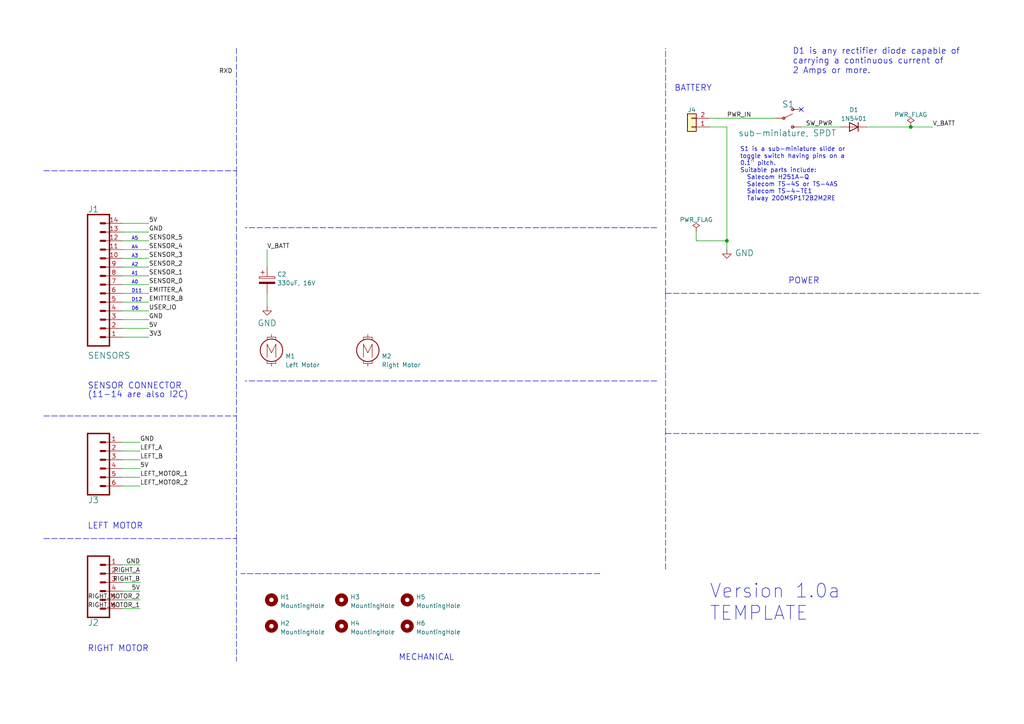
<source format=kicad_sch>
(kicad_sch (version 20231120) (generator "eeschema") (generator_version "8.0")
  (paper "A4")
  (title_block (title "Mainboard") (date "2025-01-25") (rev "??"))
  (lib_symbols
    (symbol "Connector_Generic:Conn_01x02" (pin_names (offset 1.016) hide)
      (property "Reference" "J" (at 0 2.54 0))
      (property "Value" "Conn_01x02" (at 0 -5.08 0))
      (symbol "Conn_01x02_1_1"
        (rectangle (start -1.27 -2.413) (end 0 -2.667) (stroke (width 0.1524)))
        (rectangle (start -1.27 0.127) (end 0 -0.127) (stroke (width 0.1524)))
        (rectangle (start -1.27 1.27) (end 1.27 -3.81) (stroke (width 0.254)) (fill (type background)))
        (pin passive line (at -5.08 0 0) (length 3.81) (name "Pin_1") (number "1"))
        (pin passive line (at -5.08 -2.54 0) (length 3.81) (name "Pin_2") (number "2"))
      )
    )
    (symbol "Device:C_Polarized" (pin_numbers hide) (pin_names (offset 0.254))
      (property "Reference" "C" (at 0.635 2.54 0))
      (property "Value" "C_Polarized" (at 0.635 -2.54 0))
      (symbol "C_Polarized_0_1"
        (rectangle (start -2.286 0.508) (end 2.286 1.016))
        (polyline (pts (xy -1.778 2.286) (xy -0.762 2.286)))
        (polyline (pts (xy -1.27 2.794) (xy -1.27 1.778)))
        (rectangle (start 2.286 -0.508) (end -2.286 -1.016) (fill (type outline)))
      )
      (symbol "C_Polarized_1_1"
        (pin passive line (at 0 3.81 270) (length 2.794) (name "~") (number "1"))
        (pin passive line (at 0 -3.81 90) (length 2.794) (name "~") (number "2"))
      )
    )
    (symbol "Device:D" (pin_numbers hide) (pin_names (offset 1.016) hide)
      (property "Reference" "D" (at 0 2.54 0))
      (property "Value" "D" (at 0 -2.54 0))
      (symbol "D_0_1"
        (polyline (pts (xy -1.27 1.27) (xy -1.27 -1.27)) (stroke (width 0.254)))
        (polyline (pts (xy 1.27 0) (xy -1.27 0)))
        (polyline (pts (xy 1.27 1.27) (xy 1.27 -1.27) (xy -1.27 0) (xy 1.27 1.27)) (stroke (width 0.254)))
      )
      (symbol "D_1_1"
        (pin passive line (at -3.81 0 0) (length 2.54) (name "K") (number "1"))
        (pin passive line (at 3.81 0 180) (length 2.54) (name "A") (number "2"))
      )
    )
    (symbol "Mechanical:MountingHole" (pin_names (offset 1.016))
      (property "Reference" "H" (at 0 5.08 0))
      (property "Value" "MountingHole" (at 0 3.175 0))
      (symbol "MountingHole_0_1"
        (circle (center 0 0) (radius 1.27) (stroke (width 1.27)))
      )
    )
    (symbol "power:GND" (power) (pin_names (offset 0))
      (property "Value" "GND" (at 0 -3.81 0))
      (symbol "GND_0_1"
        (polyline (pts (xy 0 0) (xy 0 -1.27) (xy 1.27 -1.27) (xy 0 -2.54) (xy -1.27 -1.27) (xy 0 -1.27)))
      )
      (symbol "GND_1_1"
        (pin power_in line (at 0 0 270) (length 0) hide (name "GND") (number "1"))
      )
    )
    (symbol "power:PWR_FLAG" (power) (pin_numbers hide) (pin_names (offset 0) hide)
      (property "Value" "PWR_FLAG" (at 0 3.81 0))
      (symbol "PWR_FLAG_0_0"
        (pin power_out line (at 0 0 90) (length 0) (name "pwr") (number "1"))
      )
      (symbol "PWR_FLAG_0_1"
        (polyline (pts (xy 0 0) (xy 0 1.27) (xy -1.016 1.905) (xy 0 2.54) (xy 1.016 1.905) (xy 0 1.27)))
      )
    )
    (symbol "ukmarsbot:CONN_06LOCK_LONGPADS"
      (property "Reference" "J" (at -5.08 10.668 0))
      (property "Value" "CONN_06LOCK_LONGPADS" (at -5.08 -9.906 0))
      (symbol "CONN_06LOCK_LONGPADS_1_0"
        (polyline (pts (xy -5.08 10.16) (xy -5.08 -7.62)) (stroke (width 0.4064)))
        (polyline (pts (xy -5.08 10.16) (xy 1.27 10.16)) (stroke (width 0.4064)))
        (polyline (pts (xy -1.27 -5.08) (xy 0 -5.08)) (stroke (width 0.6096)))
        (polyline (pts (xy -1.27 -2.54) (xy 0 -2.54)) (stroke (width 0.6096)))
        (polyline (pts (xy -1.27 0) (xy 0 0)) (stroke (width 0.6096)))
        (polyline (pts (xy -1.27 2.54) (xy 0 2.54)) (stroke (width 0.6096)))
        (polyline (pts (xy -1.27 5.08) (xy 0 5.08)) (stroke (width 0.6096)))
        (polyline (pts (xy -1.27 7.62) (xy 0 7.62)) (stroke (width 0.6096)))
        (polyline (pts (xy 1.27 -7.62) (xy -5.08 -7.62)) (stroke (width 0.4064)))
        (polyline (pts (xy 1.27 -7.62) (xy 1.27 10.16)) (stroke (width 0.4064)))
        (pin passive line (at 5.08 -5.08 180) (length 5.08) (name "1") (number "1"))
        (pin passive line (at 5.08 -2.54 180) (length 5.08) (name "2") (number "2"))
        (pin passive line (at 5.08 0 180) (length 5.08) (name "3") (number "3"))
        (pin passive line (at 5.08 2.54 180) (length 5.08) (name "4") (number "4"))
        (pin passive line (at 5.08 5.08 180) (length 5.08) (name "5") (number "5"))
        (pin passive line (at 5.08 7.62 180) (length 5.08) (name "6") (number "6"))
      )
    )
    (symbol "ukmarsbot:CONN_14LOCK_LONGPADS"
      (property "Reference" "J" (at 0 18.288 0))
      (property "Value" "CONN_14LOCK_LONGPADS" (at 0 -22.606 0))
      (symbol "CONN_14LOCK_LONGPADS_1_0"
        (polyline (pts (xy 0 17.78) (xy 0 -20.32)) (stroke (width 0.4064)))
        (polyline (pts (xy 0 17.78) (xy 6.35 17.78)) (stroke (width 0.4064)))
        (polyline (pts (xy 3.81 -17.78) (xy 5.08 -17.78)) (stroke (width 0.6096)))
        (polyline (pts (xy 3.81 -15.24) (xy 5.08 -15.24)) (stroke (width 0.6096)))
        (polyline (pts (xy 3.81 -12.7) (xy 5.08 -12.7)) (stroke (width 0.6096)))
        (polyline (pts (xy 3.81 -10.16) (xy 5.08 -10.16)) (stroke (width 0.6096)))
        (polyline (pts (xy 3.81 -7.62) (xy 5.08 -7.62)) (stroke (width 0.6096)))
        (polyline (pts (xy 3.81 -5.08) (xy 5.08 -5.08)) (stroke (width 0.6096)))
        (polyline (pts (xy 3.81 -2.54) (xy 5.08 -2.54)) (stroke (width 0.6096)))
        (polyline (pts (xy 3.81 0) (xy 5.08 0)) (stroke (width 0.6096)))
        (polyline (pts (xy 3.81 2.54) (xy 5.08 2.54)) (stroke (width 0.6096)))
        (polyline (pts (xy 3.81 5.08) (xy 5.08 5.08)) (stroke (width 0.6096)))
        (polyline (pts (xy 3.81 7.62) (xy 5.08 7.62)) (stroke (width 0.6096)))
        (polyline (pts (xy 3.81 10.16) (xy 5.08 10.16)) (stroke (width 0.6096)))
        (polyline (pts (xy 3.81 12.7) (xy 5.08 12.7)) (stroke (width 0.6096)))
        (polyline (pts (xy 3.81 15.24) (xy 5.08 15.24)) (stroke (width 0.6096)))
        (polyline (pts (xy 6.35 -20.32) (xy 0 -20.32)) (stroke (width 0.4064)))
        (polyline (pts (xy 6.35 -20.32) (xy 6.35 17.78)) (stroke (width 0.4064)))
        (pin passive line (at 10.16 -17.78 180) (length 5.08) (name "1") (number "1"))
        (pin passive line (at 10.16 5.08 180) (length 5.08) (name "10") (number "10"))
        (pin passive line (at 10.16 7.62 180) (length 5.08) (name "11") (number "11"))
        (pin passive line (at 10.16 10.16 180) (length 5.08) (name "12") (number "12"))
        (pin passive line (at 10.16 12.7 180) (length 5.08) (name "13") (number "13"))
        (pin passive line (at 10.16 15.24 180) (length 5.08) (name "14") (number "14"))
        (pin passive line (at 10.16 -15.24 180) (length 5.08) (name "2") (number "2"))
        (pin passive line (at 10.16 -12.7 180) (length 5.08) (name "3") (number "3"))
        (pin passive line (at 10.16 -10.16 180) (length 5.08) (name "4") (number "4"))
        (pin passive line (at 10.16 -7.62 180) (length 5.08) (name "5") (number "5"))
        (pin passive line (at 10.16 -5.08 180) (length 5.08) (name "6") (number "6"))
        (pin passive line (at 10.16 -2.54 180) (length 5.08) (name "7") (number "7"))
        (pin passive line (at 10.16 0 180) (length 5.08) (name "8") (number "8"))
        (pin passive line (at 10.16 2.54 180) (length 5.08) (name "9") (number "9"))
      )
    )
    (symbol "ukmarsbot:GEARMOTOR" (pin_names (offset 0))
      (property "Reference" "M" (at 2.54 2.54 0))
      (property "Value" "GEARMOTOR" (at 2.286 -2.286 0))
      (symbol "GEARMOTOR_0_0"
        (polyline (pts (xy -1.27 -2.032) (xy -1.27 1.778) (xy 0 -0.762) (xy 1.27 1.778) (xy 1.27 -2.032)))
      )
      (symbol "GEARMOTOR_0_1"
        (polyline (pts (xy 0 -3.81) (xy 0 -4.6228)))
        (polyline (pts (xy 0 3.81) (xy 0 4.6228)))
        (polyline (pts (xy -1.27 3.048) (xy -1.27 3.81) (xy 1.27 3.81) (xy 1.27 3.048)) (stroke (width 0.1524)))
        (polyline (pts (xy 1.27 -3.048) (xy 1.27 -3.81) (xy -1.27 -3.81) (xy -1.27 -3.048)) (stroke (width 0.1524)))
        (circle (center 0 0) (radius 3.2512) (stroke (width 0.254)))
      )
    )
    (symbol "ukmarsbot:SWITCH-SPDT-PTH-11.6X4.0MM"
      (property "Reference" "S" (at 1.27 3.048 0))
      (property "Value" "SWITCH-SPDT-PTH-11.6X4.0MM" (at 1.016 -3.302 0))
      (symbol "SWITCH-SPDT-PTH-11.6X4.0MM_1_0"
        (polyline (pts (xy 0 0) (xy 2.54 1.27)) (stroke (width 0.1524)))
        (polyline (pts (xy 2.54 -2.54) (xy 3.175 -2.54)) (stroke (width 0.127)))
        (polyline (pts (xy 2.54 2.54) (xy 3.175 2.54)) (stroke (width 0.1524)))
        (circle (center 0 0) (radius 0.3592) (stroke (width 0.2032)))
        (circle (center 2.54 -2.54) (radius 0.3592) (stroke (width 0.2032)))
        (circle (center 2.54 2.54) (radius 0.3592) (stroke (width 0.2032)))
        (pin passive line (at 5.08 2.54 180) (length 2.54) (name "O") (number "1"))
        (pin passive line (at -2.54 0 0) (length 2.54) (name "P") (number "2"))
        (pin passive line (at 5.08 -2.54 180) (length 2.54) (name "S") (number "3"))
      )
    )
  )
  (junction (at 210.82 69.85))
  (junction (at 264.16 36.83))
  (no_connect (at 232.41 31.75))
  (wire (pts (xy 35.56 67.31) (xy 43.18 67.31)))
  (wire (pts (xy 205.74 34.29) (xy 224.79 34.29)))
  (wire (pts (xy 35.56 135.89) (xy 40.64 135.89)))
  (wire (pts (xy 264.16 36.83) (xy 270.51 36.83)))
  (wire (pts (xy 205.74 36.83) (xy 210.82 36.83)))
  (wire (pts (xy 35.56 130.81) (xy 40.64 130.81)))
  (wire (pts (xy 35.56 69.85) (xy 43.18 69.85)))
  (polyline (pts (xy 190.5 110.49) (xy 71.12 110.49)) (stroke (width 0) (type dash)))
  (wire (pts (xy 35.56 87.63) (xy 43.18 87.63)))
  (polyline (pts (xy 193.04 125.73) (xy 284.48 125.73)) (stroke (width 0) (type dash)))
  (wire (pts (xy 210.82 36.83) (xy 210.82 69.85)))
  (polyline (pts (xy 68.58 13.97) (xy 68.58 49.53)) (stroke (width 0) (type dash)))
  (polyline (pts (xy 193.04 165.1) (xy 193.04 125.73)) (stroke (width 0) (type dash)))
  (polyline (pts (xy 190.5 66.04) (xy 71.12 66.04)) (stroke (width 0) (type dash)))
  (wire (pts (xy 35.56 176.53) (xy 40.64 176.53)))
  (wire (pts (xy 35.56 163.83) (xy 40.64 163.83)))
  (wire (pts (xy 210.82 69.85) (xy 210.82 72.39)))
  (wire (pts (xy 201.93 67.31) (xy 201.93 69.85)))
  (wire (pts (xy 35.56 173.99) (xy 40.64 173.99)))
  (polyline (pts (xy 173.99 166.37) (xy 69.85 166.37)) (stroke (width 0) (type dash)))
  (wire (pts (xy 35.56 171.45) (xy 40.64 171.45)))
  (wire (pts (xy 35.56 166.37) (xy 40.64 166.37)))
  (wire (pts (xy 251.46 36.83) (xy 264.16 36.83)))
  (wire (pts (xy 35.56 140.97) (xy 40.64 140.97)))
  (wire (pts (xy 77.47 72.39) (xy 77.47 77.47)))
  (wire (pts (xy 35.56 77.47) (xy 43.18 77.47)))
  (polyline (pts (xy 193.04 125.73) (xy 193.04 85.09)) (stroke (width 0) (type dash)))
  (wire (pts (xy 77.47 85.09) (xy 77.47 88.9)))
  (wire (pts (xy 35.56 128.27) (xy 40.64 128.27)))
  (polyline (pts (xy 193.04 85.09) (xy 284.48 85.09)) (stroke (width 0) (type dash)))
  (wire (pts (xy 201.93 69.85) (xy 210.82 69.85)))
  (polyline (pts (xy 68.58 49.53) (xy 68.58 120.65)) (stroke (width 0) (type dash)))
  (polyline (pts (xy 12.7 156.21) (xy 68.58 156.21)) (stroke (width 0) (type dash)))
  (wire (pts (xy 35.56 138.43) (xy 40.64 138.43)))
  (wire (pts (xy 35.56 85.09) (xy 43.18 85.09)))
  (polyline (pts (xy 193.04 85.09) (xy 193.04 13.97)) (stroke (width 0) (type dash)))
  (wire (pts (xy 35.56 168.91) (xy 40.64 168.91)))
  (wire (pts (xy 35.56 133.35) (xy 40.64 133.35)))
  (wire (pts (xy 35.56 74.93) (xy 43.18 74.93)))
  (wire (pts (xy 35.56 64.77) (xy 43.18 64.77)))
  (wire (pts (xy 35.56 92.71) (xy 43.18 92.71)))
  (wire (pts (xy 35.56 80.01) (xy 43.18 80.01)))
  (wire (pts (xy 35.56 97.79) (xy 43.18 97.79)))
  (polyline (pts (xy 12.7 49.53) (xy 68.58 49.53)) (stroke (width 0) (type dash)))
  (wire (pts (xy 232.41 36.83) (xy 243.84 36.83)))
  (polyline (pts (xy 12.7 120.65) (xy 68.58 120.65)) (stroke (width 0) (type dash)))
  (polyline (pts (xy 68.58 156.21) (xy 68.58 191.77)) (stroke (width 0) (type dash)))
  (wire (pts (xy 35.56 95.25) (xy 43.18 95.25)))
  (polyline (pts (xy 68.58 120.65) (xy 68.58 156.21)) (stroke (width 0) (type dash)))
  (wire (pts (xy 35.56 72.39) (xy 43.18 72.39)))
  (wire (pts (xy 35.56 90.17) (xy 43.18 90.17)))
  (wire (pts (xy 35.56 82.55) (xy 43.18 82.55)))
  (text "D1 is any rectifier diode capable of \ncarrying a continuous current of \n2 Amps or more. \n" (at 229.87 21.59 0) (effects (font (size 1.75 1.75)) (justify left bottom)))
  (text "POWER" (at 228.6 82.55 0) (effects (font (size 1.75 1.75)) (justify left bottom)))
  (text "A4" (at 38.1 72.39 0) (effects (font (size 1.016 1.016)) (justify left bottom)))
  (text "A2" (at 38.1 77.47 0) (effects (font (size 1.016 1.016)) (justify left bottom)))
  (text "A0" (at 38.1 82.55 0) (effects (font (size 1.016 1.016)) (justify left bottom)))
  (text "S1 is a sub-miniature slide or\ntoggle switch having pins on a \n0.1\" pitch.\nSuitable parts include:\n  Salecom H251A-Q\n  Salecom TS-4S or TS-4AS\n  Salecom TS-4-TE1\n  Taiway 200MSP1T2B2M2RE" (at 214.63 58.42 0) (effects (font (size 1.27 1.27)) (justify left bottom)))
  (text "D6" (at 38.1 90.17 0) (effects (font (size 1.016 1.016)) (justify left bottom)))
  (text "RIGHT MOTOR" (at 25.4 189.23 0) (effects (font (size 1.75 1.75)) (justify left bottom)))
  (text "SENSOR CONNECTOR" (at 25.4 113.03 0) (effects (font (size 1.75 1.75)) (justify left bottom)))
  (text "A3" (at 38.1 74.93 0) (effects (font (size 1.016 1.016)) (justify left bottom)))
  (text "BATTERY" (at 195.58 26.67 0) (effects (font (size 1.75 1.75)) (justify left bottom)))
  (text "MECHANICAL" (at 115.57 191.77 0) (effects (font (size 1.75 1.75)) (justify left bottom)))
  (text "A5" (at 38.1 69.85 0) (effects (font (size 1.016 1.016)) (justify left bottom)))
  (text "D11" (at 38.1 85.09 0) (effects (font (size 1.016 1.016)) (justify left bottom)))
  (text "Version 1.0a\nTEMPLATE" (at 205.74 180.34 0) (effects (font (size 4 4)) (justify left bottom)))
  (text "A1" (at 38.1 80.01 0) (effects (font (size 1.016 1.016)) (justify left bottom)))
  (text "LEFT MOTOR" (at 25.4 153.67 0) (effects (font (size 1.75 1.75)) (justify left bottom)))
  (text "(11-14 are also I2C)" (at 25.4 115.57 0) (effects (font (size 1.75 1.75)) (justify left bottom)))
  (text "D12" (at 38.1 87.63 0) (effects (font (size 1.016 1.016)) (justify left bottom)))
  (label "5V" (at 40.64 171.45 180))
  (label "USER_IO" (at 43.18 90.17 0))
  (label "LEFT_B" (at 40.64 133.35 0))
  (label "V_BATT" (at 77.47 72.39 0))
  (label "SW_PWR" (at 233.68 36.83 0))
  (label "GND" (at 43.18 92.71 0))
  (label "RIGHT_A" (at 40.64 166.37 180))
  (label "GND" (at 43.18 67.31 0))
  (label "LEFT_A" (at 40.64 130.81 0))
  (label "RIGHT_MOTOR_1" (at 40.64 176.53 180))
  (label "SENSOR_2" (at 43.18 77.47 0))
  (label "5V" (at 43.18 95.25 0))
  (label "EMITTER_A" (at 43.18 85.09 0))
  (label "RXD" (at 63.5 21.59 0))
  (label "LEFT_MOTOR_2" (at 40.64 140.97 0))
  (label "3V3" (at 43.18 97.79 0))
  (label "LEFT_MOTOR_1" (at 40.64 138.43 0))
  (label "EMITTER_B" (at 43.18 87.63 0))
  (label "RIGHT_B" (at 40.64 168.91 180))
  (label "5V" (at 40.64 135.89 0))
  (label "SENSOR_1" (at 43.18 80.01 0))
  (label "SENSOR_4" (at 43.18 72.39 0))
  (label "SENSOR_3" (at 43.18 74.93 0))
  (label "GND" (at 40.64 128.27 0))
  (label "RIGHT_MOTOR_2" (at 40.64 173.99 180))
  (label "GND" (at 40.64 163.83 180))
  (label "V_BATT" (at 270.51 36.83 0))
  (label "5V" (at 43.18 64.77 0))
  (label "SENSOR_5" (at 43.18 69.85 0))
  (label "SENSOR_0" (at 43.18 82.55 0))
  (label "PWR_IN" (at 210.82 34.29 0))
  (symbol (lib_id "power:GND") (at 210.82 72.39 0) (unit 1)
    (property "Reference" "#GND01" (effects (hide yes)))
    (property "Value" "GND" (at 215.9 72.39 0) (effects (font (size 1.75 1.75)) (justify top)))
    (property "Footprint" "ukmarsbot:" (effects (hide yes)))
  )
  (symbol (lib_id "power:PWR_FLAG") (at 201.93 67.31 0) (unit 1)
    (property "Reference" "#FLG02" (effects (hide yes)))
    (property "Value" "PWR_FLAG" (at 201.93 63.7342 0))
  )
  (symbol (lib_id "ukmarsbot:CONN_06LOCK_LONGPADS") (at 30.48 133.35 0) (mirror x) (unit 1)
    (property "Reference" "J3" (at 25.4 144.018 0) (effects (font (size 1.778 1.778)) (justify left bottom)))
    (property "Value" "CONN_06SILK_FEMALE_PTH" (effects (hide yes)))
    (property "Footprint" "ukmarsbot:1X06_LOCK_LONGPADS" (effects (hide yes)))
    (property "Note" "6 pin header, 0.1\", male" (effects (hide yes)))
  )
  (symbol (lib_id "power:PWR_FLAG") (at 264.16 36.83 0) (unit 1)
    (property "Reference" "#FLG01" (effects (hide yes)))
    (property "Value" "PWR_FLAG" (at 264.16 33.2542 0))
  )
  (symbol (lib_id "Mechanical:MountingHole") (at 99.06 173.99 0) (unit 1)
    (property "Reference" "H3" (at 101.6 173.1553 0) (effects (justify left)))
    (property "Value" "MountingHole" (at 101.6 175.6922 0) (effects (justify left)))
    (property "Footprint" "ukmarsbot:MountingHole_3.2mm_M3_clearance" (effects (hide yes)))
    (property "Note" "Check finished size is M3 (3.2mm)" (effects (hide yes)))
  )
  (symbol (lib_id "power:GND") (at 77.47 88.9 0) (unit 1)
    (property "Reference" "#GND09" (effects (hide yes)))
    (property "Value" "GND" (at 77.47 92.71 0) (effects (font (size 1.75 1.75)) (justify top)))
    (property "Footprint" "ukmarsbot:" (effects (hide yes)))
  )
  (symbol (lib_id "Connector_Generic:Conn_01x02") (at 200.66 36.83 180) (unit 1)
    (property "Reference" "J4" (at 200.66 31.8572 0))
    (property "Value" "POWER" (effects (hide yes)))
    (property "Footprint" "Connector_Molex:Molex_KK-254_AE-6410-02A_1x02_P2.54mm_Vertical" (effects (hide yes)))
    (property "Note" "0.1\" pitch, polarised, any type" (effects (hide yes)))
  )
  (symbol (lib_id "Device:D") (at 247.65 36.83 180) (unit 1)
    (property "Reference" "D1" (at 247.65 31.8602 0))
    (property "Value" "1N5401" (at 247.65 34.3971 0))
    (property "Footprint" "Diode_THT:D_DO-201AD_P15.24mm_Horizontal" (effects (hide yes)))
    (property "Note" "> 2A rectifier. Shottky is good" (effects (hide yes)))
  )
  (symbol (lib_id "Mechanical:MountingHole") (at 99.06 181.61 0) (unit 1)
    (property "Reference" "H4" (at 101.6 180.7753 0) (effects (justify left)))
    (property "Value" "MountingHole" (at 101.6 183.3122 0) (effects (justify left)))
    (property "Footprint" "ukmarsbot:MountingHole_3.2mm_M3_clearance" (effects (hide yes)))
    (property "Note" "Check finished size is M3 (3.2mm)" (effects (hide yes)))
  )
  (symbol (lib_id "ukmarsbot:CONN_06LOCK_LONGPADS") (at 30.48 168.91 0) (mirror x) (unit 1)
    (property "Reference" "J2" (at 25.4 179.578 0) (effects (font (size 1.778 1.778)) (justify left bottom)))
    (property "Value" "CONN_06SILK_FEMALE_PTH" (effects (hide yes)))
    (property "Footprint" "ukmarsbot:1X06_LOCK_LONGPADS" (effects (hide yes)))
    (property "Note" "6 pin header, 0.1\", male" (effects (hide yes)))
  )
  (symbol (lib_id "Device:C_Polarized") (at 77.47 81.28 0) (unit 1)
    (property "Reference" "C2" (at 80.391 79.5563 0) (effects (justify left)))
    (property "Value" "330uF, 16V" (at 80.391 82.0932 0) (effects (justify left)))
    (property "Footprint" "Capacitor_THT:CP_Radial_D8.0mm_P2.50mm" (effects (hide yes)))
    (property "Note" "Maximum height is 10mm" (effects (hide yes)))
  )
  (symbol (lib_id "Mechanical:MountingHole") (at 118.11 181.61 0) (unit 1)
    (property "Reference" "H6" (at 120.65 180.7753 0) (effects (justify left)))
    (property "Value" "MountingHole" (at 120.65 183.3122 0) (effects (justify left)))
    (property "Footprint" "ukmarsbot:MountingHole_3.2mm_M3_clearance" (effects (hide yes)))
    (property "Note" "Check finished size is M3 (3.2mm)" (effects (hide yes)))
  )
  (symbol (lib_id "Mechanical:MountingHole") (at 78.74 173.99 0) (unit 1)
    (property "Reference" "H1" (at 81.28 173.1553 0) (effects (justify left)))
    (property "Value" "MountingHole" (at 81.28 175.6922 0) (effects (justify left)))
    (property "Footprint" "ukmarsbot:MountingHole_3.2mm_M3_clearance" (effects (hide yes)))
    (property "Note" "Check finished size is M3 (3.2mm)" (effects (hide yes)))
  )
  (symbol (lib_id "ukmarsbot:GEARMOTOR") (at 106.68 101.6 0) (unit 1)
    (property "Reference" "M2" (at 110.6932 103.3053 0) (effects (justify left)))
    (property "Value" "Right Motor" (at 110.6932 105.8422 0) (effects (justify left)))
    (property "Footprint" "ukmarsbot:MINI-METAL-GEARMOTOR-WITH-BRACKET" (effects (hide yes)))
    (property "Note" "commercial mounts need bushing for screws" (effects (hide yes)))
  )
  (symbol (lib_id "Mechanical:MountingHole") (at 118.11 173.99 0) (unit 1)
    (property "Reference" "H5" (at 120.65 173.1553 0) (effects (justify left)))
    (property "Value" "MountingHole" (at 120.65 175.6922 0) (effects (justify left)))
    (property "Footprint" "ukmarsbot:MountingHole_3.2mm_M3_clearance" (effects (hide yes)))
    (property "Note" "Check finished size is M3 (3.2mm)" (effects (hide yes)))
  )
  (symbol (lib_id "ukmarsbot:SWITCH-SPDT-PTH-11.6X4.0MM") (at 227.33 34.29 0) (unit 1)
    (property "Reference" "S1" (at 228.6 31.242 0) (effects (font (size 1.778 1.778)) (justify bottom)))
    (property "Value" "sub-miniature, SPDT" (at 228.346 37.592 0) (effects (font (size 1.778 1.778)) (justify top)))
    (property "Footprint" "ukmarsbot:SW_MINI-SPDT-RTECH-78-0564" (effects (hide yes)))
    (property "Datasheet" "https://static.rapidonline.com/pdf/560602t_v1.pdf" (effects (hide yes)))
    (property "Note" "Toggle or slide, 0.1\" pitch pins, EG Salecom TS-4-TE1CR-E-H-Z03" (effects (hide yes)))
    (property "Vendor" "https://www.rapidonline.com/salecom-ts-4-te1cr-e-h-z03-spdt-sub-min-vertical-pcb-toggle-switch-75-0238" (effects (hide yes)))
  )
  (symbol (lib_id "ukmarsbot:CONN_14LOCK_LONGPADS") (at 25.4 80.01 0) (unit 1)
    (property "Reference" "J1" (at 25.4 61.722 0) (effects (font (size 1.778 1.778)) (justify left bottom)))
    (property "Value" "SENSORS" (at 25.4 104.14 0) (effects (font (size 1.778 1.778)) (justify left bottom)))
    (property "Footprint" "ukmarsbot:1X14_LOCK_LONGPADS" (effects (hide yes)))
    (property "Note" "14 pin header, 0.1\", male" (effects (hide yes)))
  )
  (symbol (lib_id "ukmarsbot:GEARMOTOR") (at 78.74 101.6 0) (unit 1)
    (property "Reference" "M1" (at 82.7532 103.3053 0) (effects (justify left)))
    (property "Value" "Left Motor" (at 82.7532 105.8422 0) (effects (justify left)))
    (property "Footprint" "ukmarsbot:MINI-METAL-GEARMOTOR-WITH-BRACKET" (effects (hide yes)))
    (property "Note" "commercial mounts need bushing for screws" (effects (hide yes)))
  )
  (symbol (lib_id "Mechanical:MountingHole") (at 78.74 181.61 0) (unit 1)
    (property "Reference" "H2" (at 81.28 180.7753 0) (effects (justify left)))
    (property "Value" "MountingHole" (at 81.28 183.3122 0) (effects (justify left)))
    (property "Footprint" "ukmarsbot:MountingHole_3.2mm_M3_clearance" (effects (hide yes)))
    (property "Note" "Check finished size is M3 (3.2mm)" (effects (hide yes)))
  )
)
</source>
